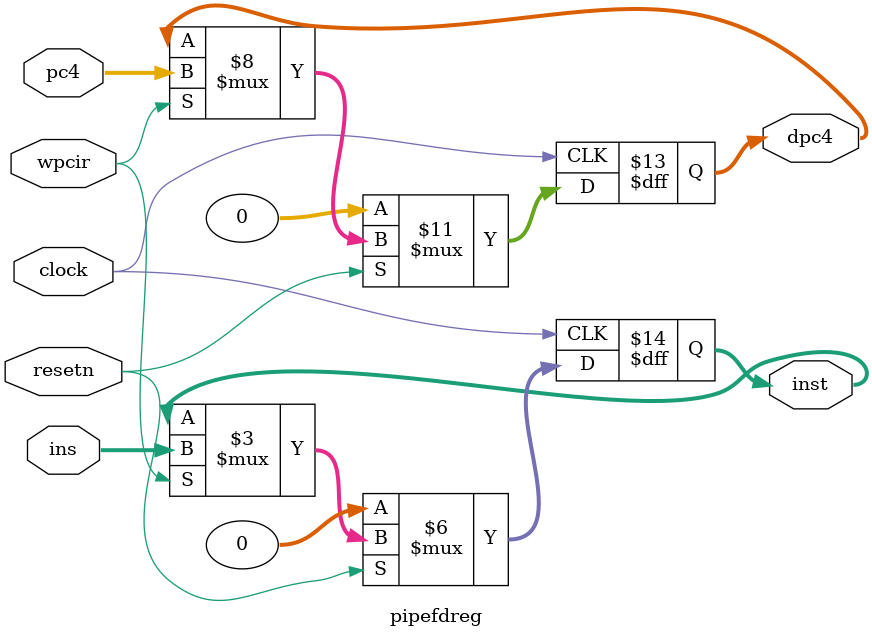
<source format=v>
module pipefdreg (	pc4, ins, wpcir, clock, resetn, dpc4, inst ); 
	input [31:0]	pc4, ins;
	input wpcir, clock, resetn;
	output reg [31:0]	dpc4,inst;
	
	always @ (posedge clock)
	begin
		if(~resetn)
		begin
			dpc4 <= 0;
			inst <= 0;
		end
		else
		begin
			if(wpcir)
			begin
				dpc4 <= pc4;
				inst <= ins;
			end
		end
	end

endmodule
</source>
